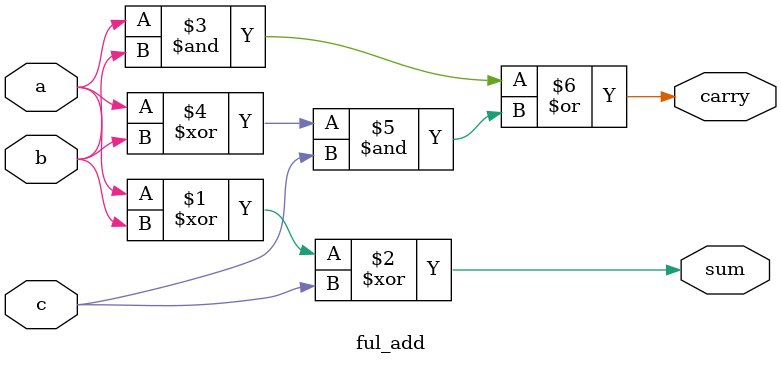
<source format=sv>
/*module full_adder(sum,carry,a,b,c);
  output sum,carry;
  input a,b,c;
  wire w1,w2,w3;
 
  
  xor x1(w1,a,b);
  xor x2(sum,w1,c);
  and a1(w2,a,b);
  and a2(w3,w1,c);
  or r1(carry,w2,w3);
  
endmodule */

module ful_add(sum,carry,a,b,c);
  
  output sum,carry;
  input a,b,c;
  
  assign sum = a^b^c;
  assign carry = a&b|(a^b)&c;
endmodule


  
  
  
  
  
</source>
